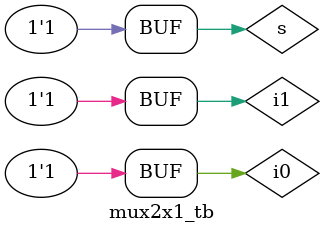
<source format=sv>
module mux2x1(i0,i1,s,y);
input logic i0,i1,s;
output logic y;
assign y=s? i0:i1;
endmodule 
//testbench
module mux2x1_tb;
logic i0,i1,s;
logic y;
mux2x1 dut(i0,i1,s,y);
initial
begin
    $monitor("i0=%0d,i1=%0d,s=%0d,y=%0d",i0,i1,s,y);
    i0=1;i1=1;
    s=0;
    #5;s=1;
end
endmodule

</source>
